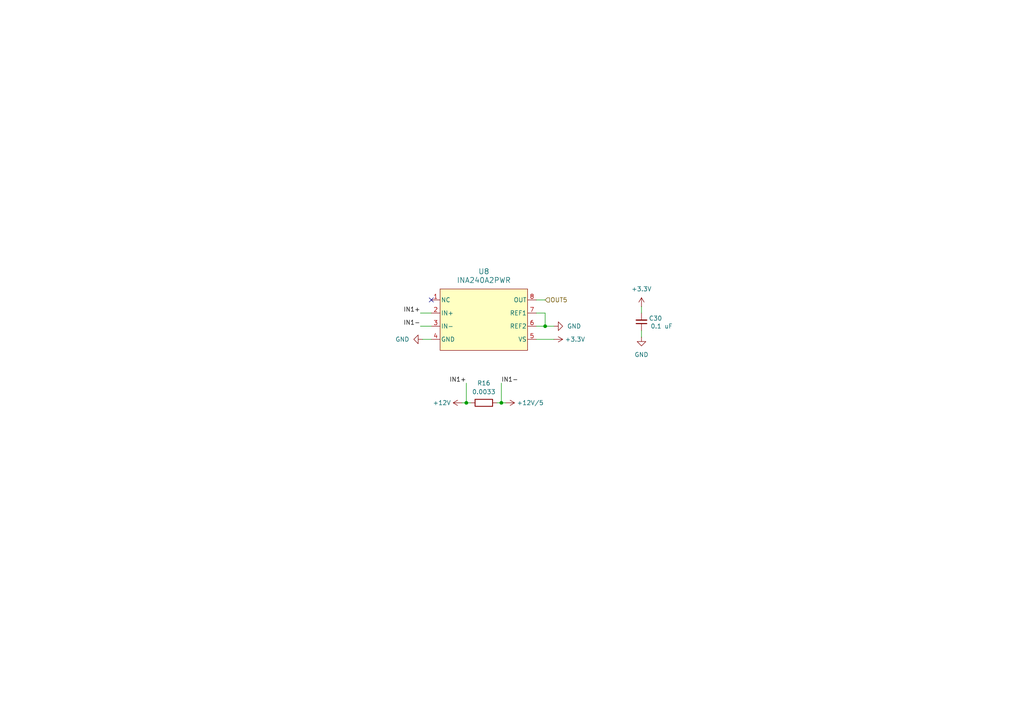
<source format=kicad_sch>
(kicad_sch (version 20231120) (generator "eeschema") (generator_version "8.0")
  (paper "A4")
  (lib_symbols
    (symbol "Device:C_Small" (pin_numbers hide) (pin_names (offset 0.254) hide)
      (property "Reference" "C" (at 0.254 1.778 0))
      (property "Value" "C_Small" (at 0.254 -2.032 0))
      (symbol "C_Small_0_1"
        (polyline (pts (xy -1.524 -0.508) (xy 1.524 -0.508)) (stroke (width 0.3302)))
        (polyline (pts (xy -1.524 0.508) (xy 1.524 0.508)) (stroke (width 0.3048)))
      )
      (symbol "C_Small_1_1"
        (pin passive line (at 0 2.54 270) (length 2.032) (name "~") (number "1"))
        (pin passive line (at 0 -2.54 90) (length 2.032) (name "~") (number "2"))
      )
    )
    (symbol "Device:R" (pin_numbers hide) (pin_names (offset 0))
      (property "Reference" "R" (at 2.032 0 90))
      (property "Value" "R" (at 0 0 90))
      (symbol "R_0_1"
        (rectangle (start -1.016 -2.54) (end 1.016 2.54) (stroke (width 0.254)))
      )
      (symbol "R_1_1"
        (pin passive line (at 0 3.81 270) (length 1.27) (name "~") (number "1"))
        (pin passive line (at 0 -3.81 90) (length 1.27) (name "~") (number "2"))
      )
    )
    (symbol "INA240A2PWR:INA240A2PWR" (pin_names (offset 0.254))
      (property "Reference" "U" (at 20.32 10.16 0))
      (property "Value" "INA240A2PWR" (at 20.32 7.62 0))
      (symbol "INA240A2PWR_1_1"
        (rectangle (start 7.62 5.08) (end 33.02 -12.7) (fill (type background)))
        (pin unspecified line (at 5.08 1.905 0) (length 2.54) (name "NC") (number "1"))
        (pin input line (at 5.08 -1.905 0) (length 2.54) (name "IN+") (number "2"))
        (pin input line (at 5.08 -5.715 0) (length 2.54) (name "IN-") (number "3"))
        (pin power_in line (at 5.08 -9.525 0) (length 2.54) (name "GND") (number "4"))
        (pin power_in line (at 35.56 -9.525 180) (length 2.54) (name "VS") (number "5"))
        (pin input line (at 35.56 -5.715 180) (length 2.54) (name "REF2") (number "6"))
        (pin input line (at 35.56 -1.905 180) (length 2.54) (name "REF1") (number "7"))
        (pin output line (at 35.56 1.905 180) (length 2.54) (name "OUT") (number "8"))
      )
    )
    (symbol "power:+12V" (power) (pin_numbers hide) (pin_names (offset 0) hide)
      (property "Value" "+12V" (at 0 3.556 0))
      (symbol "+12V_0_1"
        (polyline (pts (xy -0.762 1.27) (xy 0 2.54)))
        (polyline (pts (xy 0 0) (xy 0 2.54)))
        (polyline (pts (xy 0 2.54) (xy 0.762 1.27)))
      )
      (symbol "+12V_1_1"
        (pin power_in line (at 0 0 90) (length 0) (name "~") (number "1"))
      )
    )
    (symbol "power:+3.3V" (power) (pin_numbers hide) (pin_names (offset 0) hide)
      (property "Value" "+3.3V" (at 0 3.556 0))
      (symbol "+3.3V_0_1"
        (polyline (pts (xy -0.762 1.27) (xy 0 2.54)))
        (polyline (pts (xy 0 0) (xy 0 2.54)))
        (polyline (pts (xy 0 2.54) (xy 0.762 1.27)))
      )
      (symbol "+3.3V_1_1"
        (pin power_in line (at 0 0 90) (length 0) (name "~") (number "1"))
      )
    )
    (symbol "power:+48V" (power) (pin_numbers hide) (pin_names (offset 0) hide)
      (property "Value" "+48V" (at 0 3.556 0))
      (symbol "+48V_0_1"
        (polyline (pts (xy -0.762 1.27) (xy 0 2.54)))
        (polyline (pts (xy 0 0) (xy 0 2.54)))
        (polyline (pts (xy 0 2.54) (xy 0.762 1.27)))
      )
      (symbol "+48V_1_1"
        (pin power_in line (at 0 0 90) (length 0) (name "~") (number "1"))
      )
    )
    (symbol "power:GND" (power) (pin_numbers hide) (pin_names (offset 0) hide)
      (property "Value" "GND" (at 0 -3.81 0))
      (symbol "GND_0_1"
        (polyline (pts (xy 0 0) (xy 0 -1.27) (xy 1.27 -1.27) (xy 0 -2.54) (xy -1.27 -1.27) (xy 0 -1.27)))
      )
      (symbol "GND_1_1"
        (pin power_in line (at 0 0 270) (length 0) (name "~") (number "1"))
      )
    )
  )
  (junction (at 158.115 94.615))
  (junction (at 135.255 116.84))
  (junction (at 145.415 116.84))
  (no_connect (at 125.095 86.995))
  (wire (pts (xy 186.055 95.885) (xy 186.055 97.79)))
  (wire (pts (xy 158.115 90.805) (xy 158.115 94.615)))
  (wire (pts (xy 155.575 90.805) (xy 158.115 90.805)))
  (wire (pts (xy 122.555 98.425) (xy 125.095 98.425)))
  (wire (pts (xy 144.145 116.84) (xy 145.415 116.84)))
  (wire (pts (xy 158.115 94.615) (xy 160.655 94.615)))
  (wire (pts (xy 121.92 90.805) (xy 125.095 90.805)))
  (wire (pts (xy 145.415 111.125) (xy 145.415 116.84)))
  (wire (pts (xy 155.575 94.615) (xy 158.115 94.615)))
  (wire (pts (xy 155.575 98.425) (xy 160.655 98.425)))
  (wire (pts (xy 135.255 116.84) (xy 136.525 116.84)))
  (wire (pts (xy 145.415 116.84) (xy 146.685 116.84)))
  (wire (pts (xy 135.255 111.125) (xy 135.255 116.84)))
  (wire (pts (xy 121.92 94.615) (xy 125.095 94.615)))
  (wire (pts (xy 133.985 116.84) (xy 135.255 116.84)))
  (wire (pts (xy 155.575 86.995) (xy 158.115 86.995)))
  (wire (pts (xy 186.055 88.9) (xy 186.055 90.805)))
  (label "IN1+" (at 135.255 111.125 180))
  (label "IN1+" (at 121.92 90.805 180))
  (label "IN1-" (at 121.92 94.615 180))
  (label "IN1-" (at 145.415 111.125 0))
  (hierarchical_label "OUT5" (shape input) (at 158.115 86.995 0))
  (symbol (lib_id "power:+3.3V") (at 186.055 88.9 0) (unit 1)
    (property "Reference" "#PWR082" (effects (hide yes)))
    (property "Value" "+3.3V" (at 186.055 83.82 0))
    (property "Description" "Power symbol creates a global label with name \"+3.3V\"" (effects (hide yes)))
  )
  (symbol (lib_id "INA240A2PWR:INA240A2PWR") (at 120.015 88.9 0) (unit 1)
    (property "Reference" "U8" (at 140.335 78.74 0) (effects (font (size 1.524 1.524))))
    (property "Value" "INA240A2PWR" (at 140.335 81.28 0) (effects (font (size 1.524 1.524))))
    (property "Footprint" "INA240A2PWR:PW0008A_M" (effects (hide yes)))
    (property "Datasheet" "https://www.ti.com/lit/gpn/ina240" (effects (hide yes)))
    (property "Description" "IC CURR SENSE 1 CIRCUIT 8TSSOP" (effects (hide yes)))
    (property "Mfr." "Texas Instruments" (effects (hide yes)))
    (property "Part #" "INA240A2PWR" (effects (hide yes)))
    (property "Price" "$2.426" (effects (hide yes)))
    (property "Order Link" "https://www.digikey.com/en/products/detail/texas-instruments/INA240A2PWR/6562018" (effects (hide yes)))
  )
  (symbol (lib_id "Device:R") (at 140.335 116.84 90) (unit 1)
    (property "Reference" "R16" (at 140.335 111.125 90))
    (property "Value" "0.0033" (at 140.335 113.665 90))
    (property "Footprint" "WSLP25123L300DEA:RES_VISHAY_WSLP2512_A_VIS" (effects (hide yes)))
    (property "Datasheet" "https://www.vishay.com/docs/30122/wslp.pdf" (effects (hide yes)))
    (property "Description" "RES 0.0033 OHM 0.5% 3W 2512" (effects (hide yes)))
    (property "Mfr." "Vishay Dale" (effects (hide yes)))
    (property "Part #" "WSLP25123L300DEA" (effects (hide yes)))
    (property "Price" "$2.767" (effects (hide yes)))
    (property "Order Link" "https://www.digikey.com/en/products/detail/vishay-dale/WSLP25123L300DEA/9755540" (effects (hide yes)))
  )
  (symbol (lib_id "power:GND") (at 186.055 97.79 0) (unit 1)
    (property "Reference" "#PWR083" (effects (hide yes)))
    (property "Value" "GND" (at 186.055 102.87 0))
    (property "Description" "Power symbol creates a global label with name \"GND\" , ground" (effects (hide yes)))
  )
  (symbol (lib_id "Device:C_Small") (at 186.055 93.345 180) (unit 1)
    (property "Reference" "C30" (at 190.119 92.329 0))
    (property "Value" "0.1 uF" (at 191.897 94.615 0))
    (property "Footprint" "0805 Ceramic Capacitor:CAPC2012X140N" (effects (hide yes)))
    (property "Datasheet" "https://content.kemet.com/datasheets/KEM_C1023_X7R_AUTO_SMD.pdf" (effects (hide yes)))
    (property "Description" "0.1 uF 0805 Ceramic Capacitor - Automotive, Bypass, Decoupling" (effects (hide yes)))
    (property "Mfr." "KEMET" (effects (hide yes)))
    (property "Part #" "C0805C104J5RACAUTO" (effects (hide yes)))
    (property "Price" "$0.109" (effects (hide yes)))
    (property "Order Link" "https://www.digikey.com/en/products/detail/kemet/C0805C104J5RACAUTO/3314919" (effects (hide yes)))
  )
  (symbol (lib_id "power:GND") (at 160.655 94.615 90) (unit 1)
    (property "Reference" "#PWR080" (effects (hide yes)))
    (property "Value" "GND" (at 164.465 94.6149 90) (effects (justify right)))
    (property "Description" "Power symbol creates a global label with name \"GND\" , ground" (effects (hide yes)))
  )
  (symbol (lib_id "power:+12V") (at 146.685 116.84 270) (unit 1)
    (property "Reference" "#PWR079" (effects (hide yes)))
    (property "Value" "+12V/5" (at 153.797 116.84 90))
    (property "Description" "Power symbol creates a global label with name \"+12V\"" (effects (hide yes)))
  )
  (symbol (lib_id "power:+3.3V") (at 160.655 98.425 270) (unit 1)
    (property "Reference" "#PWR081" (effects (hide yes)))
    (property "Value" "+3.3V" (at 163.83 98.4249 90) (effects (justify left)))
    (property "Description" "Power symbol creates a global label with name \"+3.3V\"" (effects (hide yes)))
  )
  (symbol (lib_id "power:+48V") (at 133.985 116.84 90) (unit 1)
    (property "Reference" "#PWR078" (effects (hide yes)))
    (property "Value" "+12V" (at 130.81 116.8399 90) (effects (justify left)))
    (property "Description" "Power symbol creates a global label with name \"+48V\"" (effects (hide yes)))
  )
  (symbol (lib_id "power:GND") (at 122.555 98.425 270) (unit 1)
    (property "Reference" "#PWR077" (effects (hide yes)))
    (property "Value" "GND" (at 118.745 98.4249 90) (effects (justify right)))
    (property "Description" "Power symbol creates a global label with name \"GND\" , ground" (effects (hide yes)))
  )
)
</source>
